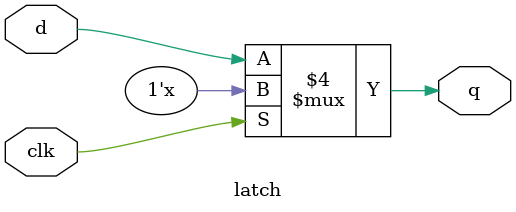
<source format=v>
`timescale 1 ps / 1 ps

module latch ( d, clk, q );
   input  d;
   input  clk;
   output q;
   reg    q;
   
   always@ ( d or clk ) begin
       if ( ~clk ) begin
           q = d;
       end 
   end
endmodule 
</source>
